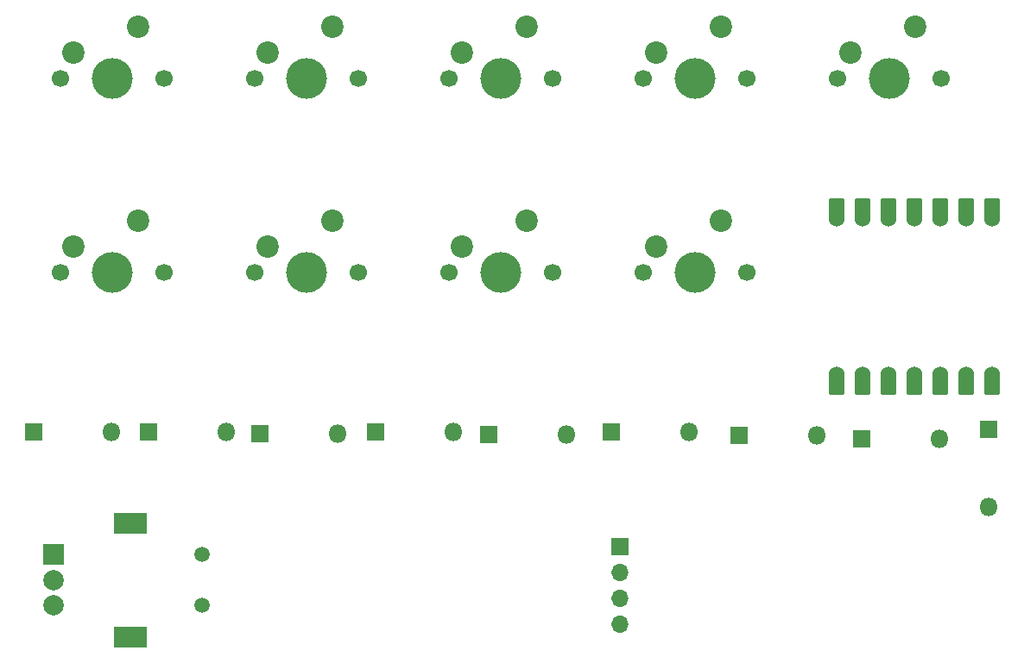
<source format=gbr>
%TF.GenerationSoftware,KiCad,Pcbnew,9.0.1*%
%TF.CreationDate,2025-05-27T18:47:11-04:00*%
%TF.ProjectId,hackpad,6861636b-7061-4642-9e6b-696361645f70,rev?*%
%TF.SameCoordinates,Original*%
%TF.FileFunction,Soldermask,Bot*%
%TF.FilePolarity,Negative*%
%FSLAX46Y46*%
G04 Gerber Fmt 4.6, Leading zero omitted, Abs format (unit mm)*
G04 Created by KiCad (PCBNEW 9.0.1) date 2025-05-27 18:47:11*
%MOMM*%
%LPD*%
G01*
G04 APERTURE LIST*
G04 Aperture macros list*
%AMRoundRect*
0 Rectangle with rounded corners*
0 $1 Rounding radius*
0 $2 $3 $4 $5 $6 $7 $8 $9 X,Y pos of 4 corners*
0 Add a 4 corners polygon primitive as box body*
4,1,4,$2,$3,$4,$5,$6,$7,$8,$9,$2,$3,0*
0 Add four circle primitives for the rounded corners*
1,1,$1+$1,$2,$3*
1,1,$1+$1,$4,$5*
1,1,$1+$1,$6,$7*
1,1,$1+$1,$8,$9*
0 Add four rect primitives between the rounded corners*
20,1,$1+$1,$2,$3,$4,$5,0*
20,1,$1+$1,$4,$5,$6,$7,0*
20,1,$1+$1,$6,$7,$8,$9,0*
20,1,$1+$1,$8,$9,$2,$3,0*%
G04 Aperture macros list end*
%ADD10R,1.800000X1.800000*%
%ADD11O,1.800000X1.800000*%
%ADD12C,1.700000*%
%ADD13C,4.000000*%
%ADD14C,2.200000*%
%ADD15R,1.700000X1.700000*%
%ADD16O,1.700000X1.700000*%
%ADD17C,1.500000*%
%ADD18R,2.000000X2.000000*%
%ADD19C,2.000000*%
%ADD20R,3.200000X2.000000*%
%ADD21RoundRect,0.152400X-0.609600X1.063600X-0.609600X-1.063600X0.609600X-1.063600X0.609600X1.063600X0*%
%ADD22C,1.524000*%
%ADD23RoundRect,0.152400X0.609600X-1.063600X0.609600X1.063600X-0.609600X1.063600X-0.609600X-1.063600X0*%
G04 APERTURE END LIST*
D10*
%TO.C,D7*%
X70990000Y-77600000D03*
D11*
X78610000Y-77600000D03*
%TD*%
D12*
%TO.C,SW5*%
X116363750Y-42862500D03*
D13*
X121443750Y-42862500D03*
D12*
X126523750Y-42862500D03*
D14*
X123983750Y-37782500D03*
X117633750Y-40322500D03*
%TD*%
D10*
%TO.C,D12*%
X48790000Y-77600000D03*
D11*
X56410000Y-77600000D03*
%TD*%
D10*
%TO.C,D10*%
X94163750Y-77600000D03*
D11*
X101783750Y-77600000D03*
%TD*%
D12*
%TO.C,SW9*%
X97313750Y-61912500D03*
D13*
X102393750Y-61912500D03*
D12*
X107473750Y-61912500D03*
D14*
X104933750Y-56832500D03*
X98583750Y-59372500D03*
%TD*%
D10*
%TO.C,D11*%
X82080000Y-77800000D03*
D11*
X89700000Y-77800000D03*
%TD*%
D12*
%TO.C,SW2*%
X59213750Y-42862500D03*
D13*
X64293750Y-42862500D03*
D12*
X69373750Y-42862500D03*
D14*
X66833750Y-37782500D03*
X60483750Y-40322500D03*
%TD*%
D15*
%TO.C,J1*%
X95000000Y-88790000D03*
D16*
X95000000Y-91330000D03*
X95000000Y-93870000D03*
X95000000Y-96410000D03*
%TD*%
D10*
%TO.C,D9*%
X118690000Y-78200000D03*
D11*
X126310000Y-78200000D03*
%TD*%
D12*
%TO.C,SW3*%
X78263750Y-42862500D03*
D13*
X83343750Y-42862500D03*
D12*
X88423750Y-42862500D03*
D14*
X85883750Y-37782500D03*
X79533750Y-40322500D03*
%TD*%
D12*
%TO.C,SW1*%
X40163750Y-42862500D03*
D13*
X45243750Y-42862500D03*
D12*
X50323750Y-42862500D03*
D14*
X47783750Y-37782500D03*
X41433750Y-40322500D03*
%TD*%
D12*
%TO.C,SW7*%
X59213750Y-61912500D03*
D13*
X64293750Y-61912500D03*
D12*
X69373750Y-61912500D03*
D14*
X66833750Y-56832500D03*
X60483750Y-59372500D03*
%TD*%
D10*
%TO.C,D13*%
X131100000Y-77300000D03*
D11*
X131100000Y-84920000D03*
%TD*%
D12*
%TO.C,SW4*%
X97313750Y-42862500D03*
D13*
X102393750Y-42862500D03*
D12*
X107473750Y-42862500D03*
D14*
X104933750Y-37782500D03*
X98583750Y-40322500D03*
%TD*%
D12*
%TO.C,SW8*%
X78263750Y-61912500D03*
D13*
X83343750Y-61912500D03*
D12*
X88423750Y-61912500D03*
D14*
X85883750Y-56832500D03*
X79533750Y-59372500D03*
%TD*%
D10*
%TO.C,D6*%
X106680000Y-77900000D03*
D11*
X114300000Y-77900000D03*
%TD*%
D10*
%TO.C,D5*%
X37490000Y-77600000D03*
D11*
X45110000Y-77600000D03*
%TD*%
D17*
%TO.C,SW10*%
X53975000Y-89600000D03*
X53975000Y-94600000D03*
D18*
X39475000Y-89600000D03*
D19*
X39475000Y-94600000D03*
X39475000Y-92100000D03*
D20*
X46975000Y-86500000D03*
X46975000Y-97700000D03*
%TD*%
D12*
%TO.C,SW6*%
X40163750Y-61912500D03*
D13*
X45243750Y-61912500D03*
D12*
X50323750Y-61912500D03*
D14*
X47783750Y-56832500D03*
X41433750Y-59372500D03*
%TD*%
D10*
%TO.C,D8*%
X59680000Y-77700000D03*
D11*
X67300000Y-77700000D03*
%TD*%
D21*
%TO.C,U1*%
X131445000Y-72748750D03*
D22*
X131445000Y-71913750D03*
D21*
X128905000Y-72748750D03*
D22*
X128905000Y-71913750D03*
D21*
X126365000Y-72748750D03*
D22*
X126365000Y-71913750D03*
D21*
X123825000Y-72748750D03*
D22*
X123825000Y-71913750D03*
D21*
X121285000Y-72748750D03*
D22*
X121285000Y-71913750D03*
D21*
X118745000Y-72748750D03*
D22*
X118745000Y-71913750D03*
D21*
X116205000Y-72748750D03*
D22*
X116205000Y-71913750D03*
X116205000Y-56673750D03*
D23*
X116205000Y-55838750D03*
D22*
X118745000Y-56673750D03*
D23*
X118745000Y-55838750D03*
D22*
X121285000Y-56673750D03*
D23*
X121285000Y-55838750D03*
D22*
X123825000Y-56673750D03*
D23*
X123825000Y-55838750D03*
D22*
X126365000Y-56673750D03*
D23*
X126365000Y-55838750D03*
D22*
X128905000Y-56673750D03*
D23*
X128905000Y-55838750D03*
D22*
X131445000Y-56673750D03*
D23*
X131445000Y-55838750D03*
%TD*%
M02*

</source>
